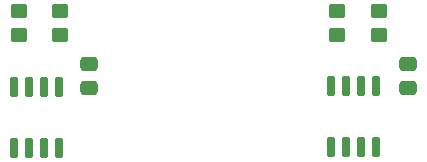
<source format=gbr>
%TF.GenerationSoftware,KiCad,Pcbnew,7.0.2-0*%
%TF.CreationDate,2024-10-30T20:33:58-04:00*%
%TF.ProjectId,2sliders,32736c69-6465-4727-932e-6b696361645f,rev?*%
%TF.SameCoordinates,Original*%
%TF.FileFunction,Paste,Bot*%
%TF.FilePolarity,Positive*%
%FSLAX46Y46*%
G04 Gerber Fmt 4.6, Leading zero omitted, Abs format (unit mm)*
G04 Created by KiCad (PCBNEW 7.0.2-0) date 2024-10-30 20:33:58*
%MOMM*%
%LPD*%
G01*
G04 APERTURE LIST*
G04 Aperture macros list*
%AMRoundRect*
0 Rectangle with rounded corners*
0 $1 Rounding radius*
0 $2 $3 $4 $5 $6 $7 $8 $9 X,Y pos of 4 corners*
0 Add a 4 corners polygon primitive as box body*
4,1,4,$2,$3,$4,$5,$6,$7,$8,$9,$2,$3,0*
0 Add four circle primitives for the rounded corners*
1,1,$1+$1,$2,$3*
1,1,$1+$1,$4,$5*
1,1,$1+$1,$6,$7*
1,1,$1+$1,$8,$9*
0 Add four rect primitives between the rounded corners*
20,1,$1+$1,$2,$3,$4,$5,0*
20,1,$1+$1,$4,$5,$6,$7,0*
20,1,$1+$1,$6,$7,$8,$9,0*
20,1,$1+$1,$8,$9,$2,$3,0*%
G04 Aperture macros list end*
%ADD10RoundRect,0.250000X0.450000X-0.350000X0.450000X0.350000X-0.450000X0.350000X-0.450000X-0.350000X0*%
%ADD11RoundRect,0.250000X0.475000X-0.337500X0.475000X0.337500X-0.475000X0.337500X-0.475000X-0.337500X0*%
%ADD12RoundRect,0.150000X0.150000X-0.725000X0.150000X0.725000X-0.150000X0.725000X-0.150000X-0.725000X0*%
G04 APERTURE END LIST*
D10*
%TO.C,R6*%
X15500000Y20500000D03*
X15500000Y22500000D03*
%TD*%
%TO.C,R5*%
X42500000Y20500000D03*
X42500000Y22500000D03*
%TD*%
D11*
%TO.C,C2*%
X21500000Y15962500D03*
X21500000Y18037500D03*
%TD*%
D10*
%TO.C,R3*%
X46000000Y20500000D03*
X46000000Y22500000D03*
%TD*%
D12*
%TO.C,U2*%
X18905000Y10925000D03*
X17635000Y10925000D03*
X16365000Y10925000D03*
X15095000Y10925000D03*
X15095000Y16075000D03*
X16365000Y16075000D03*
X17635000Y16075000D03*
X18905000Y16075000D03*
%TD*%
D10*
%TO.C,R4*%
X19000000Y20500000D03*
X19000000Y22500000D03*
%TD*%
D12*
%TO.C,U1*%
X45810000Y11000000D03*
X44540000Y11000000D03*
X43270000Y11000000D03*
X42000000Y11000000D03*
X42000000Y16150000D03*
X43270000Y16150000D03*
X44540000Y16150000D03*
X45810000Y16150000D03*
%TD*%
D11*
%TO.C,C1*%
X48500000Y15962500D03*
X48500000Y18037500D03*
%TD*%
M02*

</source>
